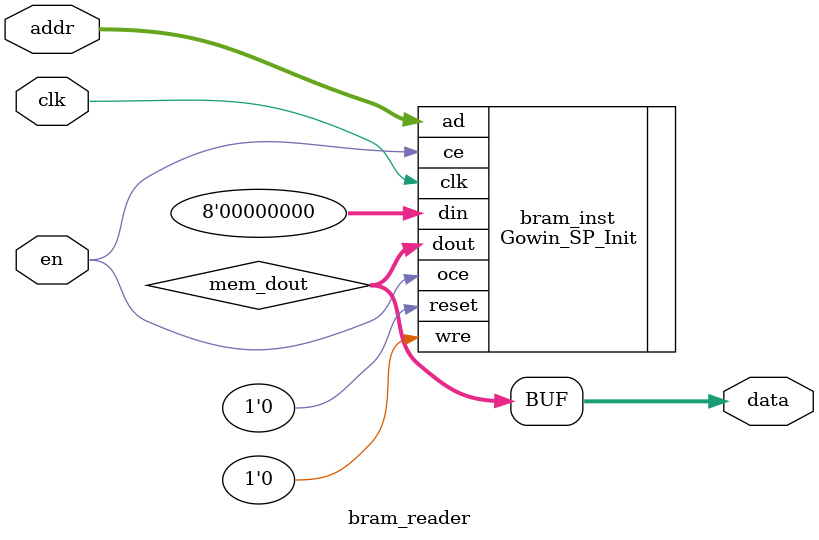
<source format=v>
module bram_reader (
    input        clk,
    input        en,
    input  [2:0] addr,
    output [7:0] data
);

wire [7:0] mem_dout;

Gowin_SP_Init bram_inst (
    .dout(mem_dout),
    .clk(clk),
    .oce(en),        // oce управляет загрузкой выходного регистра
    .ce(en),
    .reset(1'b0),
    .wre(1'b0),
    .ad(addr),
    .din(8'd0)
);

assign data = mem_dout; // registered inside BRAM

endmodule
</source>
